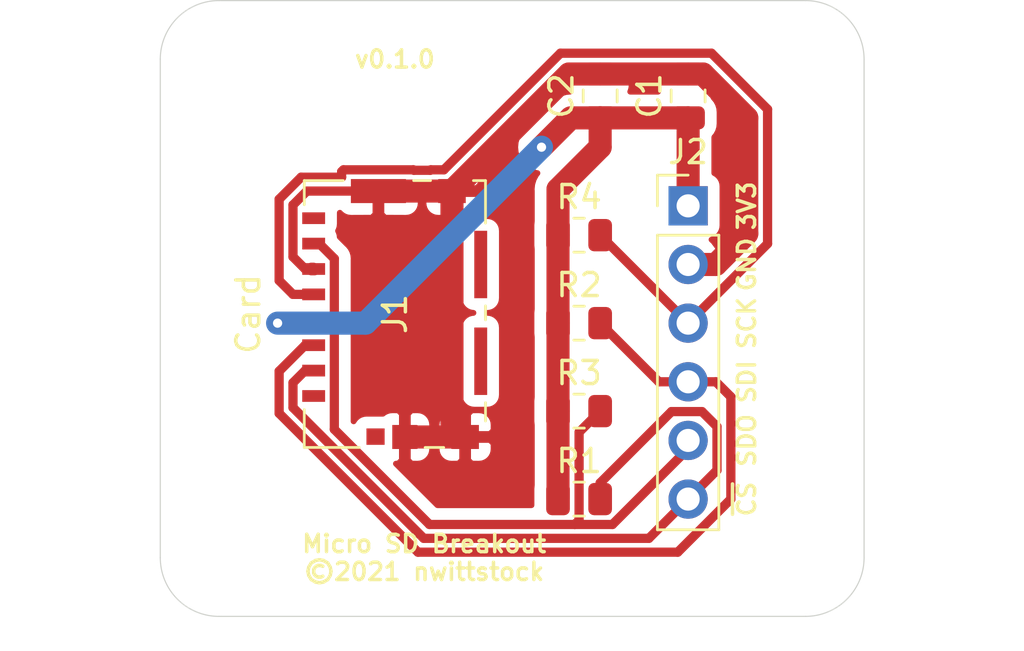
<source format=kicad_pcb>
(kicad_pcb (version 20171130) (host pcbnew "(5.1.10)-1")

  (general
    (thickness 1.6)
    (drawings 16)
    (tracks 86)
    (zones 0)
    (modules 12)
    (nets 10)
  )

  (page A4)
  (layers
    (0 F.Cu signal)
    (31 B.Cu signal)
    (32 B.Adhes user)
    (33 F.Adhes user)
    (34 B.Paste user)
    (35 F.Paste user)
    (36 B.SilkS user)
    (37 F.SilkS user)
    (38 B.Mask user)
    (39 F.Mask user)
    (40 Dwgs.User user)
    (41 Cmts.User user)
    (42 Eco1.User user)
    (43 Eco2.User user)
    (44 Edge.Cuts user)
    (45 Margin user)
    (46 B.CrtYd user)
    (47 F.CrtYd user)
    (48 B.Fab user)
    (49 F.Fab user)
  )

  (setup
    (last_trace_width 0.4)
    (user_trace_width 0.4)
    (user_trace_width 1)
    (trace_clearance 0.2)
    (zone_clearance 0.508)
    (zone_45_only no)
    (trace_min 0.2)
    (via_size 0.8)
    (via_drill 0.4)
    (via_min_size 0.4)
    (via_min_drill 0.3)
    (uvia_size 0.3)
    (uvia_drill 0.1)
    (uvias_allowed no)
    (uvia_min_size 0.2)
    (uvia_min_drill 0.1)
    (edge_width 0.05)
    (segment_width 0.2)
    (pcb_text_width 0.3)
    (pcb_text_size 1.5 1.5)
    (mod_edge_width 0.12)
    (mod_text_size 1 1)
    (mod_text_width 0.15)
    (pad_size 1.524 1.524)
    (pad_drill 0.762)
    (pad_to_mask_clearance 0)
    (aux_axis_origin 0 0)
    (visible_elements FFFFFF7F)
    (pcbplotparams
      (layerselection 0x010fc_ffffffff)
      (usegerberextensions false)
      (usegerberattributes true)
      (usegerberadvancedattributes true)
      (creategerberjobfile true)
      (excludeedgelayer true)
      (linewidth 0.100000)
      (plotframeref false)
      (viasonmask false)
      (mode 1)
      (useauxorigin false)
      (hpglpennumber 1)
      (hpglpenspeed 20)
      (hpglpendiameter 15.000000)
      (psnegative false)
      (psa4output false)
      (plotreference true)
      (plotvalue true)
      (plotinvisibletext false)
      (padsonsilk false)
      (subtractmaskfromsilk false)
      (outputformat 1)
      (mirror false)
      (drillshape 1)
      (scaleselection 1)
      (outputdirectory ""))
  )

  (net 0 "")
  (net 1 GND)
  (net 2 +3V3)
  (net 3 "Net-(J1-PadP1)")
  (net 4 /~CS)
  (net 5 /SDI)
  (net 6 /SCK)
  (net 7 /SDO)
  (net 8 "Net-(J1-PadP8)")
  (net 9 "Net-(J1-PadP9)")

  (net_class Default "This is the default net class."
    (clearance 0.2)
    (trace_width 0.25)
    (via_dia 0.8)
    (via_drill 0.4)
    (uvia_dia 0.3)
    (uvia_drill 0.1)
    (add_net +3V3)
    (add_net /SCK)
    (add_net /SDI)
    (add_net /SDO)
    (add_net /~CS)
    (add_net GND)
    (add_net "Net-(J1-PadP1)")
    (add_net "Net-(J1-PadP8)")
    (add_net "Net-(J1-PadP9)")
  )

  (module MountingHole:MountingHole_2.2mm_M2 (layer F.Cu) (tedit 56D1B4CB) (tstamp 612F4320)
    (at 171.45 123.19)
    (descr "Mounting Hole 2.2mm, no annular, M2")
    (tags "mounting hole 2.2mm no annular m2")
    (attr virtual)
    (fp_text reference REF** (at 0 -3.2) (layer F.SilkS) hide
      (effects (font (size 1 1) (thickness 0.15)))
    )
    (fp_text value MountingHole_2.2mm_M2 (at 0 3.2) (layer F.Fab)
      (effects (font (size 1 1) (thickness 0.15)))
    )
    (fp_text user %R (at 0.3 0) (layer F.Fab)
      (effects (font (size 1 1) (thickness 0.15)))
    )
    (fp_circle (center 0 0) (end 2.2 0) (layer Cmts.User) (width 0.15))
    (fp_circle (center 0 0) (end 2.45 0) (layer F.CrtYd) (width 0.05))
    (pad 1 np_thru_hole circle (at 0 0) (size 2.2 2.2) (drill 2.2) (layers *.Cu *.Mask))
  )

  (module MountingHole:MountingHole_2.2mm_M2 (layer F.Cu) (tedit 56D1B4CB) (tstamp 612F42C8)
    (at 146.05 123.19)
    (descr "Mounting Hole 2.2mm, no annular, M2")
    (tags "mounting hole 2.2mm no annular m2")
    (attr virtual)
    (fp_text reference REF** (at 0 -3.2) (layer F.SilkS) hide
      (effects (font (size 1 1) (thickness 0.15)))
    )
    (fp_text value MountingHole_2.2mm_M2 (at 0 3.2) (layer F.Fab)
      (effects (font (size 1 1) (thickness 0.15)))
    )
    (fp_text user %R (at 0.3 0) (layer F.Fab)
      (effects (font (size 1 1) (thickness 0.15)))
    )
    (fp_circle (center 0 0) (end 2.2 0) (layer Cmts.User) (width 0.15))
    (fp_circle (center 0 0) (end 2.45 0) (layer F.CrtYd) (width 0.05))
    (pad 1 np_thru_hole circle (at 0 0) (size 2.2 2.2) (drill 2.2) (layers *.Cu *.Mask))
  )

  (module MountingHole:MountingHole_2.2mm_M2 (layer F.Cu) (tedit 56D1B4CB) (tstamp 612F429C)
    (at 146.05 101.6)
    (descr "Mounting Hole 2.2mm, no annular, M2")
    (tags "mounting hole 2.2mm no annular m2")
    (attr virtual)
    (fp_text reference REF** (at 0 -3.2) (layer F.SilkS) hide
      (effects (font (size 1 1) (thickness 0.15)))
    )
    (fp_text value MountingHole_2.2mm_M2 (at 0 3.2) (layer F.Fab)
      (effects (font (size 1 1) (thickness 0.15)))
    )
    (fp_text user %R (at 0.3 0) (layer F.Fab)
      (effects (font (size 1 1) (thickness 0.15)))
    )
    (fp_circle (center 0 0) (end 2.2 0) (layer Cmts.User) (width 0.15))
    (fp_circle (center 0 0) (end 2.45 0) (layer F.CrtYd) (width 0.05))
    (pad 1 np_thru_hole circle (at 0 0) (size 2.2 2.2) (drill 2.2) (layers *.Cu *.Mask))
  )

  (module MountingHole:MountingHole_2.2mm_M2 (layer F.Cu) (tedit 56D1B4CB) (tstamp 612F4271)
    (at 171.45 101.6)
    (descr "Mounting Hole 2.2mm, no annular, M2")
    (tags "mounting hole 2.2mm no annular m2")
    (attr virtual)
    (fp_text reference REF** (at 0 -3.2) (layer F.SilkS) hide
      (effects (font (size 1 1) (thickness 0.15)))
    )
    (fp_text value MountingHole_2.2mm_M2 (at 0 3.2) (layer F.Fab)
      (effects (font (size 1 1) (thickness 0.15)))
    )
    (fp_text user %R (at 0.3 0) (layer F.Fab)
      (effects (font (size 1 1) (thickness 0.15)))
    )
    (fp_circle (center 0 0) (end 2.2 0) (layer Cmts.User) (width 0.15))
    (fp_circle (center 0 0) (end 2.45 0) (layer F.CrtYd) (width 0.05))
    (pad 1 np_thru_hole circle (at 0 0) (size 2.2 2.2) (drill 2.2) (layers *.Cu *.Mask))
  )

  (module Capacitor_SMD:C_0805_2012Metric (layer F.Cu) (tedit 5F68FEEE) (tstamp 612ED69D)
    (at 166.37 103.19 90)
    (descr "Capacitor SMD 0805 (2012 Metric), square (rectangular) end terminal, IPC_7351 nominal, (Body size source: IPC-SM-782 page 76, https://www.pcb-3d.com/wordpress/wp-content/uploads/ipc-sm-782a_amendment_1_and_2.pdf, https://docs.google.com/spreadsheets/d/1BsfQQcO9C6DZCsRaXUlFlo91Tg2WpOkGARC1WS5S8t0/edit?usp=sharing), generated with kicad-footprint-generator")
    (tags capacitor)
    (path /612EDAB9)
    (attr smd)
    (fp_text reference C1 (at 0 -1.68 90) (layer F.SilkS)
      (effects (font (size 1 1) (thickness 0.15)))
    )
    (fp_text value 10uF (at 0 1.68 90) (layer F.Fab)
      (effects (font (size 1 1) (thickness 0.15)))
    )
    (fp_text user %R (at 0 0 90) (layer F.Fab)
      (effects (font (size 0.5 0.5) (thickness 0.08)))
    )
    (fp_line (start -1 0.625) (end -1 -0.625) (layer F.Fab) (width 0.1))
    (fp_line (start -1 -0.625) (end 1 -0.625) (layer F.Fab) (width 0.1))
    (fp_line (start 1 -0.625) (end 1 0.625) (layer F.Fab) (width 0.1))
    (fp_line (start 1 0.625) (end -1 0.625) (layer F.Fab) (width 0.1))
    (fp_line (start -0.261252 -0.735) (end 0.261252 -0.735) (layer F.SilkS) (width 0.12))
    (fp_line (start -0.261252 0.735) (end 0.261252 0.735) (layer F.SilkS) (width 0.12))
    (fp_line (start -1.7 0.98) (end -1.7 -0.98) (layer F.CrtYd) (width 0.05))
    (fp_line (start -1.7 -0.98) (end 1.7 -0.98) (layer F.CrtYd) (width 0.05))
    (fp_line (start 1.7 -0.98) (end 1.7 0.98) (layer F.CrtYd) (width 0.05))
    (fp_line (start 1.7 0.98) (end -1.7 0.98) (layer F.CrtYd) (width 0.05))
    (pad 2 smd roundrect (at 0.95 0 90) (size 1 1.45) (layers F.Cu F.Paste F.Mask) (roundrect_rratio 0.25)
      (net 1 GND))
    (pad 1 smd roundrect (at -0.95 0 90) (size 1 1.45) (layers F.Cu F.Paste F.Mask) (roundrect_rratio 0.25)
      (net 2 +3V3))
    (model ${KISYS3DMOD}/Capacitor_SMD.3dshapes/C_0805_2012Metric.wrl
      (at (xyz 0 0 0))
      (scale (xyz 1 1 1))
      (rotate (xyz 0 0 0))
    )
  )

  (module Capacitor_SMD:C_0805_2012Metric (layer F.Cu) (tedit 5F68FEEE) (tstamp 612ED1C5)
    (at 162.56 103.19 90)
    (descr "Capacitor SMD 0805 (2012 Metric), square (rectangular) end terminal, IPC_7351 nominal, (Body size source: IPC-SM-782 page 76, https://www.pcb-3d.com/wordpress/wp-content/uploads/ipc-sm-782a_amendment_1_and_2.pdf, https://docs.google.com/spreadsheets/d/1BsfQQcO9C6DZCsRaXUlFlo91Tg2WpOkGARC1WS5S8t0/edit?usp=sharing), generated with kicad-footprint-generator")
    (tags capacitor)
    (path /612ECDA3)
    (attr smd)
    (fp_text reference C2 (at 0 -1.68 90) (layer F.SilkS)
      (effects (font (size 1 1) (thickness 0.15)))
    )
    (fp_text value 0.1uF (at 0 1.68 90) (layer F.Fab)
      (effects (font (size 1 1) (thickness 0.15)))
    )
    (fp_line (start 1.7 0.98) (end -1.7 0.98) (layer F.CrtYd) (width 0.05))
    (fp_line (start 1.7 -0.98) (end 1.7 0.98) (layer F.CrtYd) (width 0.05))
    (fp_line (start -1.7 -0.98) (end 1.7 -0.98) (layer F.CrtYd) (width 0.05))
    (fp_line (start -1.7 0.98) (end -1.7 -0.98) (layer F.CrtYd) (width 0.05))
    (fp_line (start -0.261252 0.735) (end 0.261252 0.735) (layer F.SilkS) (width 0.12))
    (fp_line (start -0.261252 -0.735) (end 0.261252 -0.735) (layer F.SilkS) (width 0.12))
    (fp_line (start 1 0.625) (end -1 0.625) (layer F.Fab) (width 0.1))
    (fp_line (start 1 -0.625) (end 1 0.625) (layer F.Fab) (width 0.1))
    (fp_line (start -1 -0.625) (end 1 -0.625) (layer F.Fab) (width 0.1))
    (fp_line (start -1 0.625) (end -1 -0.625) (layer F.Fab) (width 0.1))
    (fp_text user %R (at 0 0 90) (layer F.Fab)
      (effects (font (size 0.5 0.5) (thickness 0.08)))
    )
    (pad 1 smd roundrect (at -0.95 0 90) (size 1 1.45) (layers F.Cu F.Paste F.Mask) (roundrect_rratio 0.25)
      (net 2 +3V3))
    (pad 2 smd roundrect (at 0.95 0 90) (size 1 1.45) (layers F.Cu F.Paste F.Mask) (roundrect_rratio 0.25)
      (net 1 GND))
    (model ${KISYS3DMOD}/Capacitor_SMD.3dshapes/C_0805_2012Metric.wrl
      (at (xyz 0 0 0))
      (scale (xyz 1 1 1))
      (rotate (xyz 0 0 0))
    )
  )

  (module molex_1051620001:1051620001 (layer F.Cu) (tedit 0) (tstamp 612F45C7)
    (at 153.67 112.635 270)
    (path /612D71FF)
    (fp_text reference J1 (at 0 0 270) (layer F.SilkS)
      (effects (font (size 1 1) (thickness 0.15)))
    )
    (fp_text value Card (at 0 6.35 90) (layer F.SilkS)
      (effects (font (size 1 1) (thickness 0.15)))
    )
    (fp_line (start 0.842 4.0513) (end 0.842 4.266999) (layer F.CrtYd) (width 0.05))
    (fp_line (start 0.758 4.0513) (end 0.842 4.0513) (layer F.CrtYd) (width 0.05))
    (fp_line (start 0.758 4.266999) (end 0.758 4.0513) (layer F.CrtYd) (width 0.05))
    (fp_line (start -0.258001 4.266999) (end 0.758 4.266999) (layer F.CrtYd) (width 0.05))
    (fp_line (start -0.258001 4.0513) (end -0.258001 4.266999) (layer F.CrtYd) (width 0.05))
    (fp_line (start -0.342001 4.0513) (end -0.258001 4.0513) (layer F.CrtYd) (width 0.05))
    (fp_line (start -0.342001 4.266999) (end -0.342001 4.0513) (layer F.CrtYd) (width 0.05))
    (fp_line (start -1.358001 4.266999) (end -0.342001 4.266999) (layer F.CrtYd) (width 0.05))
    (fp_line (start -1.358001 4.0513) (end -1.358001 4.266999) (layer F.CrtYd) (width 0.05))
    (fp_line (start -1.442001 4.0513) (end -1.358001 4.0513) (layer F.CrtYd) (width 0.05))
    (fp_line (start -1.442001 4.266999) (end -1.442001 4.0513) (layer F.CrtYd) (width 0.05))
    (fp_line (start -2.458001 4.266999) (end -1.442001 4.266999) (layer F.CrtYd) (width 0.05))
    (fp_line (start -2.458001 4.0513) (end -2.458001 4.266999) (layer F.CrtYd) (width 0.05))
    (fp_line (start -2.542002 4.0513) (end -2.458001 4.0513) (layer F.CrtYd) (width 0.05))
    (fp_line (start -2.542002 4.266999) (end -2.542002 4.0513) (layer F.CrtYd) (width 0.05))
    (fp_line (start -3.558002 4.266999) (end -2.542002 4.266999) (layer F.CrtYd) (width 0.05))
    (fp_line (start -3.558002 4.0513) (end -3.558002 4.266999) (layer F.CrtYd) (width 0.05))
    (fp_line (start -3.641999 4.0513) (end -3.558002 4.0513) (layer F.CrtYd) (width 0.05))
    (fp_line (start -3.641999 4.266999) (end -3.641999 4.0513) (layer F.CrtYd) (width 0.05))
    (fp_line (start -4.657999 4.266999) (end -3.641999 4.266999) (layer F.CrtYd) (width 0.05))
    (fp_line (start -4.657999 4.0513) (end -4.657999 4.266999) (layer F.CrtYd) (width 0.05))
    (fp_line (start -5.9055 4.0513) (end -4.657999 4.0513) (layer F.CrtYd) (width 0.05))
    (fp_line (start -5.9055 2.160501) (end -5.9055 4.0513) (layer F.CrtYd) (width 0.05))
    (fp_line (start -6.099701 2.160501) (end -5.9055 2.160501) (layer F.CrtYd) (width 0.05))
    (fp_line (start -6.099701 -0.735099) (end -6.099701 2.160501) (layer F.CrtYd) (width 0.05))
    (fp_line (start -5.9055 -0.735099) (end -6.099701 -0.735099) (layer F.CrtYd) (width 0.05))
    (fp_line (start -5.9055 -1.621399) (end -5.9055 -0.735099) (layer F.CrtYd) (width 0.05))
    (fp_line (start -6.099665 -1.621399) (end -5.9055 -1.621399) (layer F.CrtYd) (width 0.05))
    (fp_line (start -6.099665 -3.323199) (end -6.099665 -1.621399) (layer F.CrtYd) (width 0.05))
    (fp_line (start -5.9055 -3.323199) (end -6.099665 -3.323199) (layer F.CrtYd) (width 0.05))
    (fp_line (start -5.9055 -4.0513) (end -5.9055 -3.323199) (layer F.CrtYd) (width 0.05))
    (fp_line (start -3.8595 -4.0513) (end -5.9055 -4.0513) (layer F.CrtYd) (width 0.05))
    (fp_line (start -3.8595 -4.2507) (end -3.8595 -4.0513) (layer F.CrtYd) (width 0.05))
    (fp_line (start -0.4305 -4.2507) (end -3.8595 -4.2507) (layer F.CrtYd) (width 0.05))
    (fp_line (start -0.4305 -4.0513) (end -0.4305 -4.2507) (layer F.CrtYd) (width 0.05))
    (fp_line (start 0.3305 -4.0513) (end -0.4305 -4.0513) (layer F.CrtYd) (width 0.05))
    (fp_line (start 0.3305 -4.2507) (end 0.3305 -4.0513) (layer F.CrtYd) (width 0.05))
    (fp_line (start 3.7595 -4.2507) (end 0.3305 -4.2507) (layer F.CrtYd) (width 0.05))
    (fp_line (start 3.7595 -4.0513) (end 3.7595 -4.2507) (layer F.CrtYd) (width 0.05))
    (fp_line (start 5.9055 -4.0513) (end 3.7595 -4.0513) (layer F.CrtYd) (width 0.05))
    (fp_line (start 5.9055 -3.8932) (end 5.9055 -4.0513) (layer F.CrtYd) (width 0.05))
    (fp_line (start 6.099701 -3.8932) (end 5.9055 -3.8932) (layer F.CrtYd) (width 0.05))
    (fp_line (start 6.099701 -2.1914) (end 6.099701 -3.8932) (layer F.CrtYd) (width 0.05))
    (fp_line (start 5.9055 -2.1914) (end 6.099701 -2.1914) (layer F.CrtYd) (width 0.05))
    (fp_line (start 5.9055 -1.2324) (end 5.9055 -2.1914) (layer F.CrtYd) (width 0.05))
    (fp_line (start 6.099701 -1.2324) (end 5.9055 -1.2324) (layer F.CrtYd) (width 0.05))
    (fp_line (start 6.099701 0.3678) (end 6.099701 -1.2324) (layer F.CrtYd) (width 0.05))
    (fp_line (start 5.9055 0.3678) (end 6.099701 0.3678) (layer F.CrtYd) (width 0.05))
    (fp_line (start 5.9055 4.0513) (end 5.9055 0.3678) (layer F.CrtYd) (width 0.05))
    (fp_line (start 4.058001 4.0513) (end 5.9055 4.0513) (layer F.CrtYd) (width 0.05))
    (fp_line (start 4.058001 4.266999) (end 4.058001 4.0513) (layer F.CrtYd) (width 0.05))
    (fp_line (start 3.042001 4.266999) (end 4.058001 4.266999) (layer F.CrtYd) (width 0.05))
    (fp_line (start 3.042001 4.0513) (end 3.042001 4.266999) (layer F.CrtYd) (width 0.05))
    (fp_line (start 2.958 4.0513) (end 3.042001 4.0513) (layer F.CrtYd) (width 0.05))
    (fp_line (start 2.958 4.266999) (end 2.958 4.0513) (layer F.CrtYd) (width 0.05))
    (fp_line (start 1.942 4.266999) (end 2.958 4.266999) (layer F.CrtYd) (width 0.05))
    (fp_line (start 1.942 4.0513) (end 1.942 4.266999) (layer F.CrtYd) (width 0.05))
    (fp_line (start 1.858 4.0513) (end 1.942 4.0513) (layer F.CrtYd) (width 0.05))
    (fp_line (start 1.858 4.266999) (end 1.858 4.0513) (layer F.CrtYd) (width 0.05))
    (fp_line (start 0.842 4.266999) (end 1.858 4.266999) (layer F.CrtYd) (width 0.05))
    (fp_line (start 4.136741 3.9243) (end 5.7785 3.9243) (layer F.SilkS) (width 0.12))
    (fp_line (start 0 -3.7973) (end 0 -3.7973) (layer F.Fab) (width 0.1))
    (fp_line (start 0 -3.7973) (end 0 -3.7973) (layer F.Fab) (width 0.1))
    (fp_line (start 0 -3.7973) (end 0 -3.7973) (layer F.Fab) (width 0.1))
    (fp_line (start 0 -3.7973) (end 0 -3.7973) (layer F.Fab) (width 0.1))
    (fp_line (start 0.127 -3.9243) (end -0.127 -3.9243) (layer F.SilkS) (width 0.12))
    (fp_line (start -5.6515 -3.7973) (end -5.6515 3.7973) (layer F.Fab) (width 0.1))
    (fp_line (start 5.6515 -3.7973) (end -5.6515 -3.7973) (layer F.Fab) (width 0.1))
    (fp_line (start 5.6515 3.7973) (end 5.6515 -3.7973) (layer F.Fab) (width 0.1))
    (fp_line (start -5.6515 3.7973) (end 5.6515 3.7973) (layer F.Fab) (width 0.1))
    (fp_line (start -5.7785 -3.9243) (end -5.7785 -3.401939) (layer F.SilkS) (width 0.12))
    (fp_line (start 4.632737 -3.9243) (end 3.83824 -3.9243) (layer F.SilkS) (width 0.12))
    (fp_line (start 5.7785 3.9243) (end 5.7785 1.5444) (layer F.SilkS) (width 0.12))
    (fp_line (start -5.7785 3.9243) (end -4.736739 3.9243) (layer F.SilkS) (width 0.12))
    (fp_line (start 0.25176 -3.9243) (end -0.35176 -3.9243) (layer F.SilkS) (width 0.12))
    (fp_line (start -3.93824 -3.9243) (end -5.7785 -3.9243) (layer F.SilkS) (width 0.12))
    (fp_line (start -5.7785 2.239241) (end -5.7785 3.9243) (layer F.SilkS) (width 0.12))
    (fp_line (start -5.7785 -1.542659) (end -5.7785 -0.813839) (layer F.SilkS) (width 0.12))
    (fp_line (start 5.7785 -1.31114) (end 5.7785 -2.11266) (layer F.SilkS) (width 0.12))
    (fp_text user "Copyright 2021 Accelerated Designs. All rights reserved." (at 0 0 90) (layer Cmts.User)
      (effects (font (size 0.127 0.127) (thickness 0.002)))
    )
    (fp_text user * (at 1.010001 3.517699 90) (layer F.Fab)
      (effects (font (size 1 1) (thickness 0.15)))
    )
    (fp_text user * (at 1.010001 3.517699 90) (layer F.Fab)
      (effects (font (size 1 1) (thickness 0.15)))
    )
    (pad P1 smd rect (at 3.550001 3.517699 270) (size 0.508 0.9906) (layers F.Cu F.Paste F.Mask)
      (net 3 "Net-(J1-PadP1)"))
    (pad P2 smd rect (at 2.45 3.517699 270) (size 0.508 0.9906) (layers F.Cu F.Paste F.Mask)
      (net 4 /~CS))
    (pad P3 smd rect (at 1.35 3.517699 270) (size 0.508 0.9906) (layers F.Cu F.Paste F.Mask)
      (net 5 /SDI))
    (pad P4 smd rect (at 0.25 3.517699 270) (size 0.508 0.9906) (layers F.Cu F.Paste F.Mask)
      (net 2 +3V3))
    (pad P5 smd rect (at -0.850001 3.517699 270) (size 0.508 0.9906) (layers F.Cu F.Paste F.Mask)
      (net 6 /SCK))
    (pad P6 smd rect (at -1.950001 3.517699 270) (size 0.508 0.9906) (layers F.Cu F.Paste F.Mask)
      (net 1 GND))
    (pad P7 smd rect (at -3.050002 3.517699 270) (size 0.508 0.9906) (layers F.Cu F.Paste F.Mask)
      (net 7 /SDO))
    (pad P8 smd rect (at -4.149999 3.517699 270) (size 0.508 0.9906) (layers F.Cu F.Paste F.Mask)
      (net 8 "Net-(J1-PadP8)"))
    (pad P9 smd rect (at 5.31 0.8377 270) (size 0.7112 0.7874) (layers F.Cu F.Paste F.Mask)
      (net 9 "Net-(J1-PadP9)"))
    (pad G1 smd rect (at 5.325001 -0.4323 270) (size 1.0414 1.0922) (layers F.Cu F.Paste F.Mask)
      (net 1 GND))
    (pad G2 smd rect (at 5.325001 -3.0423 270) (size 1.0414 1.1938) (layers F.Cu F.Paste F.Mask)
      (net 1 GND))
    (pad G3 smd rect (at -5.324965 -2.472299 270) (size 1.0414 1.1938) (layers F.Cu F.Paste F.Mask)
      (net 1 GND))
    (pad G4 smd rect (at -5.325001 0.712701 270) (size 1.0414 2.3876) (layers F.Cu F.Paste F.Mask)
      (net 1 GND))
    (pad 14 smd rect (at -2.145 -3.7173 270) (size 2.921 0.5588) (layers F.Cu F.Paste F.Mask))
    (pad 15 smd rect (at 2.045 -3.7173 270) (size 2.921 0.5588) (layers F.Cu F.Paste F.Mask))
  )

  (module Connector_PinHeader_2.54mm:PinHeader_1x06_P2.54mm_Vertical (layer F.Cu) (tedit 59FED5CC) (tstamp 612ED575)
    (at 166.37 107.95)
    (descr "Through hole straight pin header, 1x06, 2.54mm pitch, single row")
    (tags "Through hole pin header THT 1x06 2.54mm single row")
    (path /612E38F0)
    (fp_text reference J2 (at 0 -2.33) (layer F.SilkS)
      (effects (font (size 1 1) (thickness 0.15)))
    )
    (fp_text value Header (at 0 15.03) (layer F.Fab)
      (effects (font (size 1 1) (thickness 0.15)))
    )
    (fp_line (start 1.8 -1.8) (end -1.8 -1.8) (layer F.CrtYd) (width 0.05))
    (fp_line (start 1.8 14.5) (end 1.8 -1.8) (layer F.CrtYd) (width 0.05))
    (fp_line (start -1.8 14.5) (end 1.8 14.5) (layer F.CrtYd) (width 0.05))
    (fp_line (start -1.8 -1.8) (end -1.8 14.5) (layer F.CrtYd) (width 0.05))
    (fp_line (start -1.33 -1.33) (end 0 -1.33) (layer F.SilkS) (width 0.12))
    (fp_line (start -1.33 0) (end -1.33 -1.33) (layer F.SilkS) (width 0.12))
    (fp_line (start -1.33 1.27) (end 1.33 1.27) (layer F.SilkS) (width 0.12))
    (fp_line (start 1.33 1.27) (end 1.33 14.03) (layer F.SilkS) (width 0.12))
    (fp_line (start -1.33 1.27) (end -1.33 14.03) (layer F.SilkS) (width 0.12))
    (fp_line (start -1.33 14.03) (end 1.33 14.03) (layer F.SilkS) (width 0.12))
    (fp_line (start -1.27 -0.635) (end -0.635 -1.27) (layer F.Fab) (width 0.1))
    (fp_line (start -1.27 13.97) (end -1.27 -0.635) (layer F.Fab) (width 0.1))
    (fp_line (start 1.27 13.97) (end -1.27 13.97) (layer F.Fab) (width 0.1))
    (fp_line (start 1.27 -1.27) (end 1.27 13.97) (layer F.Fab) (width 0.1))
    (fp_line (start -0.635 -1.27) (end 1.27 -1.27) (layer F.Fab) (width 0.1))
    (fp_text user %R (at 0 6.35 90) (layer F.Fab)
      (effects (font (size 1 1) (thickness 0.15)))
    )
    (pad 1 thru_hole rect (at 0 0) (size 1.7 1.7) (drill 1) (layers *.Cu *.Mask)
      (net 2 +3V3))
    (pad 2 thru_hole oval (at 0 2.54) (size 1.7 1.7) (drill 1) (layers *.Cu *.Mask)
      (net 1 GND))
    (pad 3 thru_hole oval (at 0 5.08) (size 1.7 1.7) (drill 1) (layers *.Cu *.Mask)
      (net 6 /SCK))
    (pad 4 thru_hole oval (at 0 7.62) (size 1.7 1.7) (drill 1) (layers *.Cu *.Mask)
      (net 5 /SDI))
    (pad 5 thru_hole oval (at 0 10.16) (size 1.7 1.7) (drill 1) (layers *.Cu *.Mask)
      (net 7 /SDO))
    (pad 6 thru_hole oval (at 0 12.7) (size 1.7 1.7) (drill 1) (layers *.Cu *.Mask)
      (net 4 /~CS))
    (model ${KISYS3DMOD}/Connector_PinHeader_2.54mm.3dshapes/PinHeader_1x06_P2.54mm_Vertical.wrl
      (at (xyz 0 0 0))
      (scale (xyz 1 1 1))
      (rotate (xyz 0 0 0))
    )
  )

  (module Resistor_SMD:R_0805_2012Metric (layer F.Cu) (tedit 5F68FEEE) (tstamp 612EDEF8)
    (at 161.6475 120.65)
    (descr "Resistor SMD 0805 (2012 Metric), square (rectangular) end terminal, IPC_7351 nominal, (Body size source: IPC-SM-782 page 72, https://www.pcb-3d.com/wordpress/wp-content/uploads/ipc-sm-782a_amendment_1_and_2.pdf), generated with kicad-footprint-generator")
    (tags resistor)
    (path /612E0656)
    (attr smd)
    (fp_text reference R1 (at 0 -1.65) (layer F.SilkS)
      (effects (font (size 1 1) (thickness 0.15)))
    )
    (fp_text value 4.7K (at 0 1.65) (layer F.Fab)
      (effects (font (size 1 1) (thickness 0.15)))
    )
    (fp_line (start 1.68 0.95) (end -1.68 0.95) (layer F.CrtYd) (width 0.05))
    (fp_line (start 1.68 -0.95) (end 1.68 0.95) (layer F.CrtYd) (width 0.05))
    (fp_line (start -1.68 -0.95) (end 1.68 -0.95) (layer F.CrtYd) (width 0.05))
    (fp_line (start -1.68 0.95) (end -1.68 -0.95) (layer F.CrtYd) (width 0.05))
    (fp_line (start -0.227064 0.735) (end 0.227064 0.735) (layer F.SilkS) (width 0.12))
    (fp_line (start -0.227064 -0.735) (end 0.227064 -0.735) (layer F.SilkS) (width 0.12))
    (fp_line (start 1 0.625) (end -1 0.625) (layer F.Fab) (width 0.1))
    (fp_line (start 1 -0.625) (end 1 0.625) (layer F.Fab) (width 0.1))
    (fp_line (start -1 -0.625) (end 1 -0.625) (layer F.Fab) (width 0.1))
    (fp_line (start -1 0.625) (end -1 -0.625) (layer F.Fab) (width 0.1))
    (fp_text user %R (at 0 0) (layer F.Fab)
      (effects (font (size 0.5 0.5) (thickness 0.08)))
    )
    (pad 1 smd roundrect (at -0.9125 0) (size 1.025 1.4) (layers F.Cu F.Paste F.Mask) (roundrect_rratio 0.243902)
      (net 2 +3V3))
    (pad 2 smd roundrect (at 0.9125 0) (size 1.025 1.4) (layers F.Cu F.Paste F.Mask) (roundrect_rratio 0.243902)
      (net 4 /~CS))
    (model ${KISYS3DMOD}/Resistor_SMD.3dshapes/R_0805_2012Metric.wrl
      (at (xyz 0 0 0))
      (scale (xyz 1 1 1))
      (rotate (xyz 0 0 0))
    )
  )

  (module Resistor_SMD:R_0805_2012Metric (layer F.Cu) (tedit 5F68FEEE) (tstamp 612EDF28)
    (at 161.6475 113.03)
    (descr "Resistor SMD 0805 (2012 Metric), square (rectangular) end terminal, IPC_7351 nominal, (Body size source: IPC-SM-782 page 72, https://www.pcb-3d.com/wordpress/wp-content/uploads/ipc-sm-782a_amendment_1_and_2.pdf), generated with kicad-footprint-generator")
    (tags resistor)
    (path /612E0013)
    (attr smd)
    (fp_text reference R2 (at 0 -1.65) (layer F.SilkS)
      (effects (font (size 1 1) (thickness 0.15)))
    )
    (fp_text value 4.7K (at 0 1.65) (layer F.Fab)
      (effects (font (size 1 1) (thickness 0.15)))
    )
    (fp_text user %R (at 0 0) (layer F.Fab)
      (effects (font (size 0.5 0.5) (thickness 0.08)))
    )
    (fp_line (start -1 0.625) (end -1 -0.625) (layer F.Fab) (width 0.1))
    (fp_line (start -1 -0.625) (end 1 -0.625) (layer F.Fab) (width 0.1))
    (fp_line (start 1 -0.625) (end 1 0.625) (layer F.Fab) (width 0.1))
    (fp_line (start 1 0.625) (end -1 0.625) (layer F.Fab) (width 0.1))
    (fp_line (start -0.227064 -0.735) (end 0.227064 -0.735) (layer F.SilkS) (width 0.12))
    (fp_line (start -0.227064 0.735) (end 0.227064 0.735) (layer F.SilkS) (width 0.12))
    (fp_line (start -1.68 0.95) (end -1.68 -0.95) (layer F.CrtYd) (width 0.05))
    (fp_line (start -1.68 -0.95) (end 1.68 -0.95) (layer F.CrtYd) (width 0.05))
    (fp_line (start 1.68 -0.95) (end 1.68 0.95) (layer F.CrtYd) (width 0.05))
    (fp_line (start 1.68 0.95) (end -1.68 0.95) (layer F.CrtYd) (width 0.05))
    (pad 2 smd roundrect (at 0.9125 0) (size 1.025 1.4) (layers F.Cu F.Paste F.Mask) (roundrect_rratio 0.243902)
      (net 5 /SDI))
    (pad 1 smd roundrect (at -0.9125 0) (size 1.025 1.4) (layers F.Cu F.Paste F.Mask) (roundrect_rratio 0.243902)
      (net 2 +3V3))
    (model ${KISYS3DMOD}/Resistor_SMD.3dshapes/R_0805_2012Metric.wrl
      (at (xyz 0 0 0))
      (scale (xyz 1 1 1))
      (rotate (xyz 0 0 0))
    )
  )

  (module Resistor_SMD:R_0805_2012Metric (layer F.Cu) (tedit 5F68FEEE) (tstamp 612EDF58)
    (at 161.6475 116.84)
    (descr "Resistor SMD 0805 (2012 Metric), square (rectangular) end terminal, IPC_7351 nominal, (Body size source: IPC-SM-782 page 72, https://www.pcb-3d.com/wordpress/wp-content/uploads/ipc-sm-782a_amendment_1_and_2.pdf), generated with kicad-footprint-generator")
    (tags resistor)
    (path /612DCF8C)
    (attr smd)
    (fp_text reference R3 (at 0 -1.65) (layer F.SilkS)
      (effects (font (size 1 1) (thickness 0.15)))
    )
    (fp_text value 4.7K (at 0 1.65) (layer F.Fab)
      (effects (font (size 1 1) (thickness 0.15)))
    )
    (fp_line (start 1.68 0.95) (end -1.68 0.95) (layer F.CrtYd) (width 0.05))
    (fp_line (start 1.68 -0.95) (end 1.68 0.95) (layer F.CrtYd) (width 0.05))
    (fp_line (start -1.68 -0.95) (end 1.68 -0.95) (layer F.CrtYd) (width 0.05))
    (fp_line (start -1.68 0.95) (end -1.68 -0.95) (layer F.CrtYd) (width 0.05))
    (fp_line (start -0.227064 0.735) (end 0.227064 0.735) (layer F.SilkS) (width 0.12))
    (fp_line (start -0.227064 -0.735) (end 0.227064 -0.735) (layer F.SilkS) (width 0.12))
    (fp_line (start 1 0.625) (end -1 0.625) (layer F.Fab) (width 0.1))
    (fp_line (start 1 -0.625) (end 1 0.625) (layer F.Fab) (width 0.1))
    (fp_line (start -1 -0.625) (end 1 -0.625) (layer F.Fab) (width 0.1))
    (fp_line (start -1 0.625) (end -1 -0.625) (layer F.Fab) (width 0.1))
    (fp_text user %R (at 0 0) (layer F.Fab)
      (effects (font (size 0.5 0.5) (thickness 0.08)))
    )
    (pad 1 smd roundrect (at -0.9125 0) (size 1.025 1.4) (layers F.Cu F.Paste F.Mask) (roundrect_rratio 0.243902)
      (net 2 +3V3))
    (pad 2 smd roundrect (at 0.9125 0) (size 1.025 1.4) (layers F.Cu F.Paste F.Mask) (roundrect_rratio 0.243902)
      (net 7 /SDO))
    (model ${KISYS3DMOD}/Resistor_SMD.3dshapes/R_0805_2012Metric.wrl
      (at (xyz 0 0 0))
      (scale (xyz 1 1 1))
      (rotate (xyz 0 0 0))
    )
  )

  (module Resistor_SMD:R_0805_2012Metric (layer F.Cu) (tedit 5F68FEEE) (tstamp 612EDEC8)
    (at 161.6475 109.22)
    (descr "Resistor SMD 0805 (2012 Metric), square (rectangular) end terminal, IPC_7351 nominal, (Body size source: IPC-SM-782 page 72, https://www.pcb-3d.com/wordpress/wp-content/uploads/ipc-sm-782a_amendment_1_and_2.pdf), generated with kicad-footprint-generator")
    (tags resistor)
    (path /612E0A5A)
    (attr smd)
    (fp_text reference R4 (at 0 -1.65) (layer F.SilkS)
      (effects (font (size 1 1) (thickness 0.15)))
    )
    (fp_text value 4.7K (at 0 1.65) (layer F.Fab)
      (effects (font (size 1 1) (thickness 0.15)))
    )
    (fp_text user %R (at 0 0) (layer F.Fab)
      (effects (font (size 0.5 0.5) (thickness 0.08)))
    )
    (fp_line (start -1 0.625) (end -1 -0.625) (layer F.Fab) (width 0.1))
    (fp_line (start -1 -0.625) (end 1 -0.625) (layer F.Fab) (width 0.1))
    (fp_line (start 1 -0.625) (end 1 0.625) (layer F.Fab) (width 0.1))
    (fp_line (start 1 0.625) (end -1 0.625) (layer F.Fab) (width 0.1))
    (fp_line (start -0.227064 -0.735) (end 0.227064 -0.735) (layer F.SilkS) (width 0.12))
    (fp_line (start -0.227064 0.735) (end 0.227064 0.735) (layer F.SilkS) (width 0.12))
    (fp_line (start -1.68 0.95) (end -1.68 -0.95) (layer F.CrtYd) (width 0.05))
    (fp_line (start -1.68 -0.95) (end 1.68 -0.95) (layer F.CrtYd) (width 0.05))
    (fp_line (start 1.68 -0.95) (end 1.68 0.95) (layer F.CrtYd) (width 0.05))
    (fp_line (start 1.68 0.95) (end -1.68 0.95) (layer F.CrtYd) (width 0.05))
    (pad 2 smd roundrect (at 0.9125 0) (size 1.025 1.4) (layers F.Cu F.Paste F.Mask) (roundrect_rratio 0.243902)
      (net 6 /SCK))
    (pad 1 smd roundrect (at -0.9125 0) (size 1.025 1.4) (layers F.Cu F.Paste F.Mask) (roundrect_rratio 0.243902)
      (net 2 +3V3))
    (model ${KISYS3DMOD}/Resistor_SMD.3dshapes/R_0805_2012Metric.wrl
      (at (xyz 0 0 0))
      (scale (xyz 1 1 1))
      (rotate (xyz 0 0 0))
    )
  )

  (gr_text 3V3 (at 168.91 107.95 90) (layer F.SilkS)
    (effects (font (size 0.75 0.75) (thickness 0.15)))
  )
  (gr_text GND (at 168.91 110.49 90) (layer F.SilkS)
    (effects (font (size 0.75 0.75) (thickness 0.15)))
  )
  (gr_text SCK (at 168.91 113.03 90) (layer F.SilkS)
    (effects (font (size 0.75 0.75) (thickness 0.15)))
  )
  (gr_text SDI (at 168.91 115.57 90) (layer F.SilkS)
    (effects (font (size 0.75 0.75) (thickness 0.15)))
  )
  (gr_text SDO (at 168.91 118.11 90) (layer F.SilkS)
    (effects (font (size 0.75 0.75) (thickness 0.15)))
  )
  (gr_text ~CS (at 168.91 120.65 90) (layer F.SilkS)
    (effects (font (size 0.75 0.75) (thickness 0.15)))
  )
  (gr_text v0.1.0 (at 153.67 101.6) (layer F.SilkS)
    (effects (font (size 0.75 0.75) (thickness 0.15)))
  )
  (gr_text "Micro SD Breakout\n©2021 nwittstock" (at 154.94 123.19) (layer F.SilkS)
    (effects (font (size 0.75 0.75) (thickness 0.15)))
  )
  (gr_arc (start 146.05 101.6) (end 146.05 99.06) (angle -90) (layer Edge.Cuts) (width 0.05))
  (gr_arc (start 146.05 123.19) (end 143.51 123.19) (angle -90) (layer Edge.Cuts) (width 0.05))
  (gr_arc (start 171.45 123.19) (end 171.45 125.73) (angle -90) (layer Edge.Cuts) (width 0.05))
  (gr_arc (start 171.45 101.6) (end 173.99 101.6) (angle -90) (layer Edge.Cuts) (width 0.05))
  (gr_line (start 143.51 123.19) (end 143.51 101.6) (layer Edge.Cuts) (width 0.05))
  (gr_line (start 171.45 125.73) (end 146.05 125.73) (layer Edge.Cuts) (width 0.05))
  (gr_line (start 173.99 101.6) (end 173.99 123.19) (layer Edge.Cuts) (width 0.05))
  (gr_line (start 146.05 99.06) (end 171.45 99.06) (layer Edge.Cuts) (width 0.05))

  (segment (start 166.37 102.24) (end 162.56 102.24) (width 1) (layer F.Cu) (net 1))
  (segment (start 161.212334 102.24) (end 156.142299 107.310035) (width 1) (layer F.Cu) (net 1))
  (segment (start 162.56 102.24) (end 161.212334 102.24) (width 1) (layer F.Cu) (net 1))
  (segment (start 152.957335 107.310035) (end 152.957299 107.309999) (width 1) (layer F.Cu) (net 1))
  (segment (start 156.142299 107.310035) (end 152.957335 107.310035) (width 1) (layer F.Cu) (net 1))
  (segment (start 154.1023 117.960001) (end 156.7123 117.960001) (width 1) (layer F.Cu) (net 1))
  (segment (start 156.142299 117.39) (end 156.7123 117.960001) (width 1) (layer F.Cu) (net 1))
  (segment (start 156.142299 107.310035) (end 156.142299 117.39) (width 1) (layer F.Cu) (net 1))
  (segment (start 149.783 110.684999) (end 150.152301 110.684999) (width 0.4) (layer F.Cu) (net 1))
  (segment (start 149.257 110.158999) (end 149.783 110.684999) (width 0.4) (layer F.Cu) (net 1))
  (segment (start 149.858001 107.309999) (end 149.257 107.911) (width 0.4) (layer F.Cu) (net 1))
  (segment (start 152.957299 107.309999) (end 149.858001 107.309999) (width 0.4) (layer F.Cu) (net 1))
  (segment (start 149.257 107.911) (end 149.257 110.158999) (width 0.4) (layer F.Cu) (net 1))
  (segment (start 167.01 102.24) (end 166.37 102.24) (width 1) (layer F.Cu) (net 1))
  (segment (start 168.91 104.14) (end 167.01 102.24) (width 1) (layer F.Cu) (net 1))
  (segment (start 167.572081 110.49) (end 168.91 109.152081) (width 1) (layer F.Cu) (net 1))
  (segment (start 168.91 109.152081) (end 168.91 104.14) (width 1) (layer F.Cu) (net 1))
  (segment (start 166.37 110.49) (end 167.572081 110.49) (width 1) (layer F.Cu) (net 1))
  (segment (start 166.37 107.95) (end 166.37 104.14) (width 1) (layer F.Cu) (net 2))
  (segment (start 166.37 104.14) (end 162.56 104.14) (width 1) (layer F.Cu) (net 2))
  (segment (start 162.56 104.14) (end 162.56 105.41) (width 1) (layer F.Cu) (net 2))
  (segment (start 160.735 107.235) (end 160.735 109.22) (width 1) (layer F.Cu) (net 2))
  (segment (start 162.56 105.41) (end 160.735 107.235) (width 1) (layer F.Cu) (net 2))
  (segment (start 160.735 109.22) (end 160.735 113.03) (width 1) (layer F.Cu) (net 2))
  (segment (start 160.735 113.03) (end 160.735 116.84) (width 1) (layer F.Cu) (net 2))
  (segment (start 160.735 116.84) (end 160.735 120.65) (width 1) (layer F.Cu) (net 2))
  (via (at 148.59 113.03) (size 0.8) (drill 0.4) (layers F.Cu B.Cu) (net 2))
  (via (at 160.02 105.41) (size 0.8) (drill 0.4) (layers F.Cu B.Cu) (net 2))
  (segment (start 161.29 104.14) (end 160.02 105.41) (width 1) (layer F.Cu) (net 2))
  (segment (start 162.56 104.14) (end 161.29 104.14) (width 1) (layer F.Cu) (net 2))
  (segment (start 152.4 113.03) (end 148.59 113.03) (width 1) (layer B.Cu) (net 2))
  (segment (start 160.02 105.41) (end 152.4 113.03) (width 1) (layer B.Cu) (net 2))
  (segment (start 150.007301 113.03) (end 150.152301 112.885) (width 0.4) (layer F.Cu) (net 2))
  (segment (start 148.59 113.03) (end 150.007301 113.03) (width 0.4) (layer F.Cu) (net 2))
  (segment (start 162.56 119.95) (end 162.56 120.65) (width 0.4) (layer F.Cu) (net 4))
  (segment (start 165.650001 116.859999) (end 162.56 119.95) (width 0.4) (layer F.Cu) (net 4))
  (segment (start 166.970001 116.859999) (end 165.650001 116.859999) (width 0.4) (layer F.Cu) (net 4))
  (segment (start 167.620001 117.509999) (end 166.970001 116.859999) (width 0.4) (layer F.Cu) (net 4))
  (segment (start 167.620001 119.399999) (end 167.620001 117.509999) (width 0.4) (layer F.Cu) (net 4))
  (segment (start 166.37 120.65) (end 167.620001 119.399999) (width 0.4) (layer F.Cu) (net 4))
  (segment (start 149.783 115.085) (end 150.152301 115.085) (width 0.4) (layer F.Cu) (net 4))
  (segment (start 149.257 115.611) (end 149.783 115.085) (width 0.4) (layer F.Cu) (net 4))
  (segment (start 154.919475 122.350019) (end 149.257 116.687544) (width 0.4) (layer F.Cu) (net 4))
  (segment (start 149.257 116.687544) (end 149.257 115.611) (width 0.4) (layer F.Cu) (net 4))
  (segment (start 164.66998 122.35002) (end 154.919475 122.350019) (width 0.4) (layer F.Cu) (net 4))
  (segment (start 166.37 120.65) (end 164.66998 122.35002) (width 0.4) (layer F.Cu) (net 4))
  (segment (start 149.782999 113.985) (end 150.152301 113.985) (width 0.4) (layer F.Cu) (net 5) (tstamp 612F4492))
  (segment (start 148.65699 115.111009) (end 149.782999 113.985) (width 0.4) (layer F.Cu) (net 5))
  (segment (start 148.65699 116.936076) (end 148.65699 115.111009) (width 0.4) (layer F.Cu) (net 5))
  (segment (start 154.670942 122.950028) (end 148.65699 116.936076) (width 0.4) (layer F.Cu) (net 5))
  (segment (start 165.919974 122.950028) (end 154.670942 122.950028) (width 0.4) (layer F.Cu) (net 5))
  (segment (start 168.22001 120.649992) (end 165.919974 122.950028) (width 0.4) (layer F.Cu) (net 5))
  (segment (start 168.22001 116.217929) (end 168.22001 120.649992) (width 0.4) (layer F.Cu) (net 5))
  (segment (start 167.572081 115.57) (end 168.22001 116.217929) (width 0.4) (layer F.Cu) (net 5))
  (segment (start 166.37 115.57) (end 167.572081 115.57) (width 0.4) (layer F.Cu) (net 5))
  (segment (start 165.1 115.57) (end 162.56 113.03) (width 0.4) (layer F.Cu) (net 5))
  (segment (start 166.37 115.57) (end 165.1 115.57) (width 0.4) (layer F.Cu) (net 5))
  (segment (start 166.37 113.03) (end 162.56 109.22) (width 0.4) (layer F.Cu) (net 6))
  (segment (start 149.257001 111.784999) (end 150.152301 111.784999) (width 0.4) (layer F.Cu) (net 6))
  (segment (start 148.656989 111.184987) (end 149.257001 111.784999) (width 0.4) (layer F.Cu) (net 6))
  (segment (start 148.656989 107.662468) (end 148.656989 111.184987) (width 0.4) (layer F.Cu) (net 6))
  (segment (start 166.37 113.03) (end 169.810009 109.589991) (width 0.4) (layer F.Cu) (net 6))
  (segment (start 169.810009 109.589991) (end 169.810009 103.767203) (width 0.4) (layer F.Cu) (net 6))
  (segment (start 151.443498 106.389298) (end 151.363498 106.469298) (width 0.4) (layer F.Cu) (net 6))
  (segment (start 169.810009 103.767203) (end 167.382796 101.33999) (width 0.4) (layer F.Cu) (net 6))
  (segment (start 160.839537 101.339991) (end 155.790194 106.389334) (width 0.4) (layer F.Cu) (net 6))
  (segment (start 167.382796 101.33999) (end 160.839537 101.339991) (width 0.4) (layer F.Cu) (net 6))
  (segment (start 149.609469 106.709988) (end 148.656989 107.662468) (width 0.4) (layer F.Cu) (net 6))
  (segment (start 155.790194 106.389334) (end 155.225398 106.389334) (width 0.4) (layer F.Cu) (net 6))
  (segment (start 155.225398 106.389334) (end 155.204707 106.410025) (width 0.4) (layer F.Cu) (net 6))
  (segment (start 154.491827 106.410025) (end 154.4711 106.389298) (width 0.4) (layer F.Cu) (net 6))
  (segment (start 155.204707 106.410025) (end 154.491827 106.410025) (width 0.4) (layer F.Cu) (net 6))
  (segment (start 151.363498 106.469298) (end 151.363498 106.709988) (width 0.4) (layer F.Cu) (net 6))
  (segment (start 151.363498 106.709988) (end 149.609469 106.709988) (width 0.4) (layer F.Cu) (net 6))
  (segment (start 154.4711 106.389298) (end 151.443498 106.389298) (width 0.4) (layer F.Cu) (net 6))
  (segment (start 151.047601 110.238998) (end 150.393601 109.584998) (width 0.4) (layer F.Cu) (net 7))
  (segment (start 155.168008 121.75001) (end 151.047602 117.629604) (width 0.4) (layer F.Cu) (net 7))
  (segment (start 151.047602 117.629604) (end 151.047601 110.238998) (width 0.4) (layer F.Cu) (net 7))
  (segment (start 166.37 118.471756) (end 163.091746 121.75001) (width 0.4) (layer F.Cu) (net 7))
  (segment (start 150.393601 109.584998) (end 150.152301 109.584998) (width 0.4) (layer F.Cu) (net 7))
  (segment (start 166.37 118.11) (end 166.37 118.471756) (width 0.4) (layer F.Cu) (net 7))
  (segment (start 161.6475 121.5625) (end 161.45999 121.75001) (width 0.4) (layer F.Cu) (net 7))
  (segment (start 161.6475 117.7525) (end 161.6475 121.5625) (width 0.4) (layer F.Cu) (net 7))
  (segment (start 162.56 116.84) (end 161.6475 117.7525) (width 0.4) (layer F.Cu) (net 7))
  (segment (start 161.45999 121.75001) (end 155.168008 121.75001) (width 0.4) (layer F.Cu) (net 7))
  (segment (start 163.091746 121.75001) (end 161.45999 121.75001) (width 0.4) (layer F.Cu) (net 7))

  (zone (net 1) (net_name GND) (layer F.Cu) (tstamp 0) (hatch edge 0.508)
    (connect_pads (clearance 0.508))
    (min_thickness 0.254)
    (fill yes (arc_segments 32) (thermal_gap 0.508) (thermal_bridge_width 0.508))
    (polygon
      (pts
        (xy 173.99 125.73) (xy 143.51 125.73) (xy 143.51 99.06) (xy 173.99 99.06)
      )
    )
    (filled_polygon
      (pts
        (xy 166.517 102.367) (xy 166.497 102.367) (xy 166.497 102.387) (xy 166.243 102.387) (xy 166.243 102.367)
        (xy 165.16875 102.367) (xy 165.01 102.52575) (xy 165.006928 102.74) (xy 165.019188 102.864482) (xy 165.055498 102.98418)
        (xy 165.066627 103.005) (xy 163.863373 103.005) (xy 163.874502 102.98418) (xy 163.910812 102.864482) (xy 163.923072 102.74)
        (xy 163.92 102.52575) (xy 163.76125 102.367) (xy 162.687 102.367) (xy 162.687 102.387) (xy 162.433 102.387)
        (xy 162.433 102.367) (xy 161.35875 102.367) (xy 161.2 102.52575) (xy 161.196928 102.74) (xy 161.209188 102.864482)
        (xy 161.245498 102.98418) (xy 161.255508 103.002907) (xy 161.234255 103.005) (xy 161.234248 103.005) (xy 161.092184 103.018992)
        (xy 161.0675 103.021423) (xy 161.017705 103.036529) (xy 160.853553 103.086324) (xy 160.656377 103.191716) (xy 160.483551 103.333551)
        (xy 160.448008 103.37686) (xy 159.178012 104.646857) (xy 159.071717 104.776378) (xy 158.966324 104.973554) (xy 158.901423 105.187502)
        (xy 158.879509 105.41) (xy 158.901423 105.632498) (xy 158.966324 105.846446) (xy 159.071717 106.043622) (xy 159.213552 106.216448)
        (xy 159.386378 106.358283) (xy 159.583554 106.463676) (xy 159.797502 106.528577) (xy 159.8428 106.533038) (xy 159.786716 106.601377)
        (xy 159.706739 106.751006) (xy 159.681324 106.798554) (xy 159.616423 107.012502) (xy 159.594509 107.235) (xy 159.6 107.290752)
        (xy 159.600001 108.611887) (xy 159.584428 108.769999) (xy 159.584428 109.670001) (xy 159.6 109.828108) (xy 159.600001 112.421885)
        (xy 159.584428 112.579999) (xy 159.584428 113.480001) (xy 159.6 113.638108) (xy 159.600001 116.231885) (xy 159.584428 116.389999)
        (xy 159.584428 117.290001) (xy 159.6 117.448108) (xy 159.600001 120.041885) (xy 159.584428 120.199999) (xy 159.584428 120.91501)
        (xy 155.513876 120.91501) (xy 153.715756 119.11689) (xy 153.81655 119.115701) (xy 153.9753 118.956951) (xy 153.9753 118.087001)
        (xy 154.2293 118.087001) (xy 154.2293 118.956951) (xy 154.38805 119.115701) (xy 154.6484 119.118773) (xy 154.772882 119.106513)
        (xy 154.89258 119.070203) (xy 155.002894 119.011238) (xy 155.099585 118.931886) (xy 155.178937 118.835195) (xy 155.237902 118.724881)
        (xy 155.274212 118.605183) (xy 155.286472 118.480701) (xy 155.477328 118.480701) (xy 155.489588 118.605183) (xy 155.525898 118.724881)
        (xy 155.584863 118.835195) (xy 155.664215 118.931886) (xy 155.760906 119.011238) (xy 155.87122 119.070203) (xy 155.990918 119.106513)
        (xy 156.1154 119.118773) (xy 156.42655 119.115701) (xy 156.5853 118.956951) (xy 156.5853 118.087001) (xy 156.8393 118.087001)
        (xy 156.8393 118.956951) (xy 156.99805 119.115701) (xy 157.3092 119.118773) (xy 157.433682 119.106513) (xy 157.55338 119.070203)
        (xy 157.663694 119.011238) (xy 157.760385 118.931886) (xy 157.839737 118.835195) (xy 157.898702 118.724881) (xy 157.935012 118.605183)
        (xy 157.947272 118.480701) (xy 157.9442 118.245751) (xy 157.78545 118.087001) (xy 156.8393 118.087001) (xy 156.5853 118.087001)
        (xy 155.63915 118.087001) (xy 155.4804 118.245751) (xy 155.477328 118.480701) (xy 155.286472 118.480701) (xy 155.2834 118.245751)
        (xy 155.12465 118.087001) (xy 154.2293 118.087001) (xy 153.9753 118.087001) (xy 153.9553 118.087001) (xy 153.9553 117.833001)
        (xy 153.9753 117.833001) (xy 153.9753 116.963051) (xy 154.2293 116.963051) (xy 154.2293 117.833001) (xy 155.12465 117.833001)
        (xy 155.2834 117.674251) (xy 155.286472 117.439301) (xy 155.477328 117.439301) (xy 155.4804 117.674251) (xy 155.63915 117.833001)
        (xy 156.5853 117.833001) (xy 156.5853 116.963051) (xy 156.8393 116.963051) (xy 156.8393 117.833001) (xy 157.78545 117.833001)
        (xy 157.9442 117.674251) (xy 157.947272 117.439301) (xy 157.935012 117.314819) (xy 157.898702 117.195121) (xy 157.839737 117.084807)
        (xy 157.760385 116.988116) (xy 157.663694 116.908764) (xy 157.55338 116.849799) (xy 157.433682 116.813489) (xy 157.3092 116.801229)
        (xy 156.99805 116.804301) (xy 156.8393 116.963051) (xy 156.5853 116.963051) (xy 156.42655 116.804301) (xy 156.1154 116.801229)
        (xy 155.990918 116.813489) (xy 155.87122 116.849799) (xy 155.760906 116.908764) (xy 155.664215 116.988116) (xy 155.584863 117.084807)
        (xy 155.525898 117.195121) (xy 155.489588 117.314819) (xy 155.477328 117.439301) (xy 155.286472 117.439301) (xy 155.274212 117.314819)
        (xy 155.237902 117.195121) (xy 155.178937 117.084807) (xy 155.099585 116.988116) (xy 155.002894 116.908764) (xy 154.89258 116.849799)
        (xy 154.772882 116.813489) (xy 154.6484 116.801229) (xy 154.38805 116.804301) (xy 154.2293 116.963051) (xy 153.9753 116.963051)
        (xy 153.81655 116.804301) (xy 153.5562 116.801229) (xy 153.431718 116.813489) (xy 153.31202 116.849799) (xy 153.201706 116.908764)
        (xy 153.149841 116.951328) (xy 152.4386 116.951328) (xy 152.314118 116.963588) (xy 152.19442 116.999898) (xy 152.084106 117.058863)
        (xy 151.987415 117.138215) (xy 151.908063 117.234906) (xy 151.882602 117.28254) (xy 151.8826 110.280026) (xy 151.886641 110.238998)
        (xy 151.870519 110.07531) (xy 151.822773 109.917911) (xy 151.745237 109.772852) (xy 151.66704 109.677568) (xy 151.667032 109.67756)
        (xy 151.640891 109.645707) (xy 151.609037 109.619565) (xy 151.281872 109.292401) (xy 151.273413 109.206516) (xy 151.237103 109.086818)
        (xy 151.209405 109.034999) (xy 151.237103 108.983181) (xy 151.273413 108.863483) (xy 151.285673 108.739001) (xy 151.285673 108.249422)
        (xy 151.312314 108.281884) (xy 151.409005 108.361236) (xy 151.519319 108.420201) (xy 151.639017 108.456511) (xy 151.763499 108.468771)
        (xy 152.671549 108.465699) (xy 152.830299 108.306949) (xy 152.830299 107.436999) (xy 153.084299 107.436999) (xy 153.084299 108.306949)
        (xy 153.243049 108.465699) (xy 154.151099 108.468771) (xy 154.275581 108.456511) (xy 154.395279 108.420201) (xy 154.505593 108.361236)
        (xy 154.602284 108.281884) (xy 154.681636 108.185193) (xy 154.740601 108.074879) (xy 154.776911 107.955181) (xy 154.789167 107.830735)
        (xy 154.907327 107.830735) (xy 154.919587 107.955217) (xy 154.955897 108.074915) (xy 155.014862 108.185229) (xy 155.094214 108.28192)
        (xy 155.190905 108.361272) (xy 155.301219 108.420237) (xy 155.420917 108.456547) (xy 155.545399 108.468807) (xy 155.856549 108.465735)
        (xy 156.015299 108.306985) (xy 156.015299 107.437035) (xy 156.269299 107.437035) (xy 156.269299 108.306985) (xy 156.428049 108.465735)
        (xy 156.739199 108.468807) (xy 156.825775 108.46028) (xy 156.753406 108.498963) (xy 156.656715 108.578315) (xy 156.577363 108.675006)
        (xy 156.518398 108.78532) (xy 156.482088 108.905018) (xy 156.469828 109.0295) (xy 156.469828 111.9505) (xy 156.482088 112.074982)
        (xy 156.518398 112.19468) (xy 156.577363 112.304994) (xy 156.656715 112.401685) (xy 156.753406 112.481037) (xy 156.86372 112.540002)
        (xy 156.983418 112.576312) (xy 157.071632 112.585) (xy 156.983418 112.593688) (xy 156.86372 112.629998) (xy 156.753406 112.688963)
        (xy 156.656715 112.768315) (xy 156.577363 112.865006) (xy 156.518398 112.97532) (xy 156.482088 113.095018) (xy 156.469828 113.2195)
        (xy 156.469828 116.1405) (xy 156.482088 116.264982) (xy 156.518398 116.38468) (xy 156.577363 116.494994) (xy 156.656715 116.591685)
        (xy 156.753406 116.671037) (xy 156.86372 116.730002) (xy 156.983418 116.766312) (xy 157.1079 116.778572) (xy 157.6667 116.778572)
        (xy 157.791182 116.766312) (xy 157.91088 116.730002) (xy 158.021194 116.671037) (xy 158.117885 116.591685) (xy 158.197237 116.494994)
        (xy 158.256202 116.38468) (xy 158.292512 116.264982) (xy 158.304772 116.1405) (xy 158.304772 113.2195) (xy 158.292512 113.095018)
        (xy 158.256202 112.97532) (xy 158.197237 112.865006) (xy 158.117885 112.768315) (xy 158.021194 112.688963) (xy 157.91088 112.629998)
        (xy 157.791182 112.593688) (xy 157.702968 112.585) (xy 157.791182 112.576312) (xy 157.91088 112.540002) (xy 158.021194 112.481037)
        (xy 158.117885 112.401685) (xy 158.197237 112.304994) (xy 158.256202 112.19468) (xy 158.292512 112.074982) (xy 158.304772 111.9505)
        (xy 158.304772 109.0295) (xy 158.292512 108.905018) (xy 158.256202 108.78532) (xy 158.197237 108.675006) (xy 158.117885 108.578315)
        (xy 158.021194 108.498963) (xy 157.91088 108.439998) (xy 157.791182 108.403688) (xy 157.6667 108.391428) (xy 157.1079 108.391428)
        (xy 157.021324 108.399955) (xy 157.093693 108.361272) (xy 157.190384 108.28192) (xy 157.269736 108.185229) (xy 157.328701 108.074915)
        (xy 157.365011 107.955217) (xy 157.377271 107.830735) (xy 157.374199 107.595785) (xy 157.215449 107.437035) (xy 156.269299 107.437035)
        (xy 156.015299 107.437035) (xy 155.069149 107.437035) (xy 154.910399 107.595785) (xy 154.907327 107.830735) (xy 154.789167 107.830735)
        (xy 154.789171 107.830699) (xy 154.786099 107.595749) (xy 154.627349 107.436999) (xy 153.084299 107.436999) (xy 152.830299 107.436999)
        (xy 152.810299 107.436999) (xy 152.810299 107.224298) (xy 154.299639 107.224298) (xy 154.328138 107.232943) (xy 154.450808 107.245025)
        (xy 154.450818 107.245025) (xy 154.491826 107.249064) (xy 154.532834 107.245025) (xy 155.163689 107.245025) (xy 155.204707 107.249065)
        (xy 155.245725 107.245025) (xy 155.245726 107.245025) (xy 155.368396 107.232943) (xy 155.396776 107.224334) (xy 155.749176 107.224334)
        (xy 155.790194 107.228374) (xy 155.831212 107.224334) (xy 155.831213 107.224334) (xy 155.953883 107.212252) (xy 156.111281 107.164506)
        (xy 156.114033 107.163035) (xy 156.269299 107.163035) (xy 156.269299 107.183035) (xy 157.215449 107.183035) (xy 157.374199 107.024285)
        (xy 157.377271 106.789335) (xy 157.365011 106.664853) (xy 157.328701 106.545155) (xy 157.269736 106.434841) (xy 157.190384 106.33815)
        (xy 157.098034 106.262361) (xy 161.185405 102.174991) (xy 166.517 102.174989)
      )
    )
    (filled_polygon
      (pts
        (xy 150.212601 110.584866) (xy 150.212601 110.831999) (xy 150.025301 110.831999) (xy 150.025301 110.811999) (xy 150.005301 110.811999)
        (xy 150.005301 110.557999) (xy 150.025301 110.557999) (xy 150.025301 110.537999) (xy 150.165734 110.537999)
      )
    )
    (filled_polygon
      (pts
        (xy 166.497 110.363) (xy 166.517 110.363) (xy 166.517 110.617) (xy 166.497 110.617) (xy 166.497 110.637)
        (xy 166.243 110.637) (xy 166.243 110.617) (xy 166.223 110.617) (xy 166.223 110.363) (xy 166.243 110.363)
        (xy 166.243 110.343) (xy 166.497 110.343)
      )
    )
    (filled_polygon
      (pts
        (xy 168.97501 104.113073) (xy 168.975009 109.244123) (xy 167.855 110.364132) (xy 167.855 110.362998) (xy 167.690156 110.362998)
        (xy 167.811476 110.13311) (xy 167.766825 109.985901) (xy 167.641641 109.72308) (xy 167.467588 109.489731) (xy 167.383534 109.413966)
        (xy 167.46418 109.389502) (xy 167.574494 109.330537) (xy 167.671185 109.251185) (xy 167.750537 109.154494) (xy 167.809502 109.04418)
        (xy 167.845812 108.924482) (xy 167.858072 108.8) (xy 167.858072 107.1) (xy 167.845812 106.975518) (xy 167.809502 106.85582)
        (xy 167.750537 106.745506) (xy 167.671185 106.648815) (xy 167.574494 106.569463) (xy 167.505 106.532317) (xy 167.505 104.978923)
        (xy 167.583405 104.883386) (xy 167.665472 104.72985) (xy 167.716008 104.563254) (xy 167.733072 104.39) (xy 167.733072 103.89)
        (xy 167.716008 103.716746) (xy 167.665472 103.55015) (xy 167.583405 103.396614) (xy 167.472962 103.262038) (xy 167.466406 103.256658)
        (xy 167.546185 103.191185) (xy 167.625537 103.094494) (xy 167.684502 102.98418) (xy 167.720812 102.864482) (xy 167.721315 102.859377)
      )
    )
  )
)

</source>
